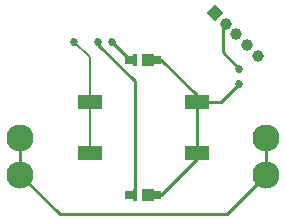
<source format=gtl>
G04 Layer_Physical_Order=1*
G04 Layer_Color=255*
%FSLAX25Y25*%
%MOIN*%
G70*
G01*
G75*
%ADD10R,0.02559X0.03150*%
%ADD11R,0.04016X0.04488*%
%ADD12R,0.01181X0.04488*%
%ADD13R,0.08268X0.05118*%
%ADD14C,0.01000*%
%ADD15C,0.00600*%
%ADD16C,0.03961*%
G04:AMPARAMS|DCode=17|XSize=39.59mil|YSize=39.61mil|CornerRadius=0mil|HoleSize=0mil|Usage=FLASHONLY|Rotation=315.000|XOffset=0mil|YOffset=0mil|HoleType=Round|Shape=Rectangle|*
%AMROTATEDRECTD17*
4,1,4,-0.02800,-0.00001,0.00001,0.02800,0.02800,0.00001,-0.00001,-0.02800,-0.02800,-0.00001,0.0*
%
%ADD17ROTATEDRECTD17*%

%ADD18C,0.09055*%
%ADD19C,0.02700*%
D10*
X-4648Y22500D02*
D03*
X4742D02*
D03*
X-4648Y-22500D02*
D03*
X4742D02*
D03*
D11*
X1494Y22500D02*
D03*
Y-22500D02*
D03*
D12*
X-2876Y22500D02*
D03*
Y-22500D02*
D03*
D13*
X17913Y8465D02*
D03*
X-17913D02*
D03*
X17913Y-8465D02*
D03*
X-17913D02*
D03*
D14*
X4742Y-22500D02*
X6000D01*
X4742Y22500D02*
X6000D01*
X-2876Y-22500D02*
Y15376D01*
X-15000Y27500D02*
X-2876Y15376D01*
X-15000Y27500D02*
Y28500D01*
X1494Y-22500D02*
X4742D01*
X17913Y-10587D02*
Y-8465D01*
X6000Y-22500D02*
X17913Y-10587D01*
Y8465D02*
Y10587D01*
X6000Y22500D02*
X17913Y10587D01*
X-10500Y28500D02*
X-4500Y22500D01*
X-2876D01*
X27850Y-29000D02*
X40945Y-15905D01*
X-27850Y-29000D02*
X27850D01*
X-40945Y-15905D02*
X-27850Y-29000D01*
X25965Y8465D02*
X32000Y14500D01*
X17913Y8465D02*
X25965D01*
X17913Y-8465D02*
Y8465D01*
X-40945Y-15905D02*
Y-3701D01*
X40945Y-15905D02*
Y-3701D01*
X26500Y25000D02*
X32000Y19500D01*
X26500Y25000D02*
Y33429D01*
X27536Y34464D01*
D15*
X-23000Y28500D02*
X-17913Y23413D01*
Y8465D02*
Y23413D01*
Y-8465D02*
Y8465D01*
D16*
X27536Y34464D02*
D03*
X38142Y23858D02*
D03*
X31071Y30929D02*
D03*
X34607Y27393D02*
D03*
D17*
X24000Y38000D02*
D03*
D18*
X-40945Y-3701D02*
D03*
Y-15905D02*
D03*
X40945Y-3701D02*
D03*
Y-15905D02*
D03*
D19*
X-15000Y28500D02*
D03*
X-10500D02*
D03*
X32000Y14500D02*
D03*
Y19500D02*
D03*
X-23000Y28500D02*
D03*
M02*

</source>
